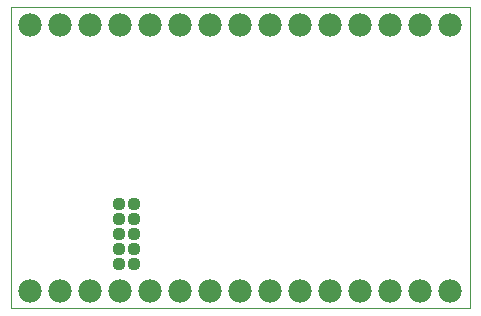
<source format=gbs>
G75*
%MOIN*%
%OFA0B0*%
%FSLAX25Y25*%
%IPPOS*%
%LPD*%
%AMOC8*
5,1,8,0,0,1.08239X$1,22.5*
%
%ADD10C,0.00000*%
%ADD11C,0.04400*%
%ADD12C,0.07800*%
D10*
X0060646Y0048835D02*
X0060646Y0149228D01*
X0213402Y0149228D01*
X0213402Y0048835D01*
X0060646Y0048835D01*
D11*
X0096335Y0063638D03*
X0101335Y0063638D03*
X0101335Y0068638D03*
X0096335Y0068638D03*
X0096335Y0073638D03*
X0101335Y0073638D03*
X0101335Y0078638D03*
X0096335Y0078638D03*
X0096335Y0083638D03*
X0101335Y0083638D03*
D12*
X0096945Y0054740D03*
X0106945Y0054740D03*
X0116945Y0054740D03*
X0126945Y0054740D03*
X0136945Y0054740D03*
X0146945Y0054740D03*
X0156945Y0054740D03*
X0166945Y0054740D03*
X0176945Y0054740D03*
X0186945Y0054740D03*
X0196945Y0054740D03*
X0206945Y0054740D03*
X0206945Y0143323D03*
X0196945Y0143323D03*
X0186945Y0143323D03*
X0176945Y0143323D03*
X0166945Y0143323D03*
X0156945Y0143323D03*
X0146945Y0143323D03*
X0136945Y0143323D03*
X0126945Y0143323D03*
X0116945Y0143323D03*
X0106945Y0143323D03*
X0096945Y0143323D03*
X0086945Y0143323D03*
X0076945Y0143323D03*
X0066945Y0143323D03*
X0066945Y0054740D03*
X0076945Y0054740D03*
X0086945Y0054740D03*
M02*

</source>
